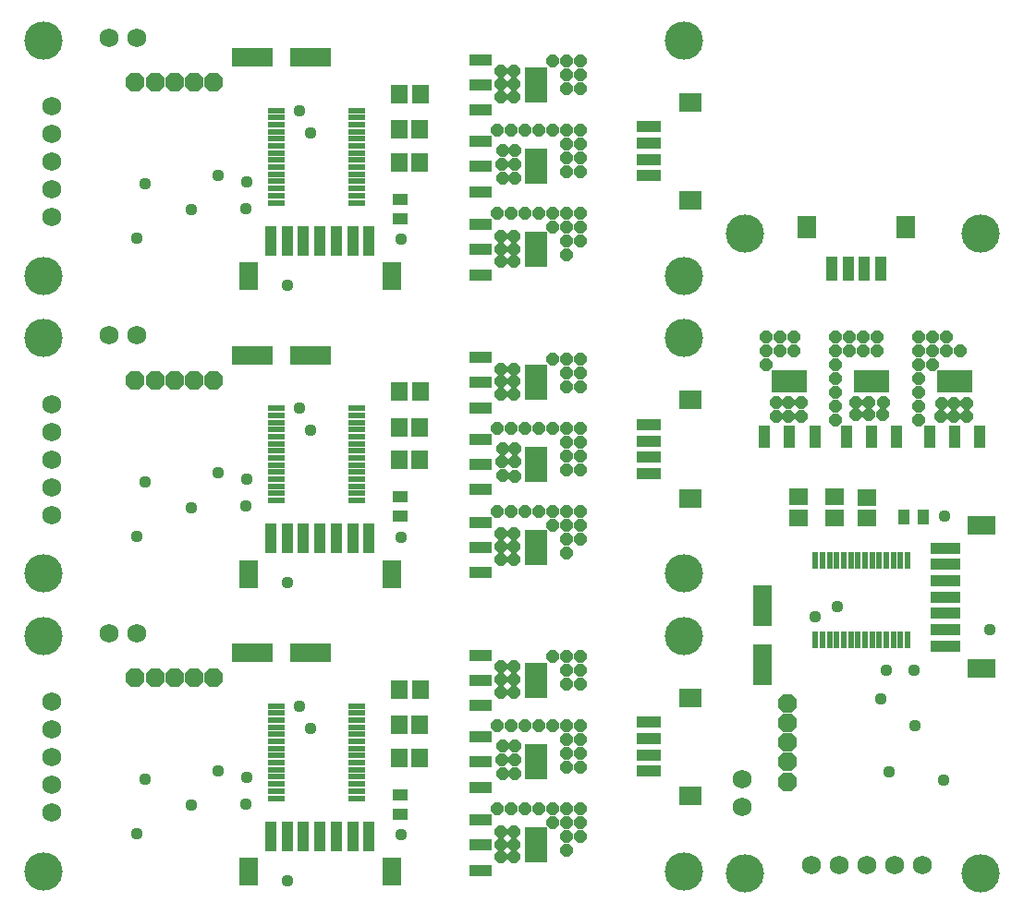
<source format=gts>
G75*
G70*
%OFA0B0*%
%FSLAX24Y24*%
%IPPOS*%
%LPD*%
%AMOC8*
5,1,8,0,0,1.08239X$1,22.5*
%
%ADD10R,0.0789X0.0395*%
%ADD11R,0.0808X0.1261*%
%ADD12R,0.0592X0.0710*%
%ADD13C,0.0680*%
%ADD14C,0.1380*%
%ADD15R,0.0552X0.0395*%
%ADD16R,0.0630X0.0217*%
%ADD17OC8,0.0674*%
%ADD18R,0.0395X0.1064*%
%ADD19R,0.0671X0.0986*%
%ADD20R,0.0867X0.0395*%
%ADD21R,0.0828X0.0671*%
%ADD22R,0.1458X0.0710*%
%ADD23R,0.0395X0.0789*%
%ADD24R,0.1261X0.0808*%
%ADD25R,0.0710X0.0592*%
%ADD26R,0.0395X0.0552*%
%ADD27R,0.0217X0.0630*%
%ADD28R,0.1064X0.0395*%
%ADD29R,0.0986X0.0671*%
%ADD30R,0.0395X0.0867*%
%ADD31R,0.0671X0.0828*%
%ADD32R,0.0710X0.1458*%
%ADD33OC8,0.0437*%
%ADD34C,0.0437*%
D10*
X016988Y001508D03*
X016992Y002414D03*
X016988Y003319D03*
X016988Y004508D03*
X016992Y005414D03*
X016988Y006319D03*
X016988Y007458D03*
X016992Y008364D03*
X016988Y009269D03*
X016988Y012258D03*
X016992Y013164D03*
X016988Y014069D03*
X016988Y015258D03*
X016992Y016164D03*
X016988Y017069D03*
X016988Y018208D03*
X016992Y019114D03*
X016988Y020019D03*
X016988Y023008D03*
X016992Y023914D03*
X016988Y024819D03*
X016988Y026008D03*
X016992Y026914D03*
X016988Y027819D03*
X016988Y028958D03*
X016992Y029864D03*
X016988Y030769D03*
D11*
X018992Y029864D03*
X018992Y026914D03*
X018992Y023914D03*
X018992Y019114D03*
X018992Y016164D03*
X018992Y013164D03*
X018992Y008364D03*
X018992Y005414D03*
X018992Y002414D03*
D12*
X014796Y005564D03*
X014048Y005564D03*
X014058Y006754D03*
X014806Y006754D03*
X014816Y008034D03*
X014068Y008034D03*
X014048Y016314D03*
X014796Y016314D03*
X014806Y017504D03*
X014058Y017504D03*
X014068Y018784D03*
X014816Y018784D03*
X014796Y027064D03*
X014048Y027064D03*
X014058Y028254D03*
X014806Y028254D03*
X014816Y029534D03*
X014068Y029534D03*
D13*
X004605Y031566D03*
X003605Y031566D03*
X001531Y029082D03*
X001531Y028082D03*
X001531Y027082D03*
X001531Y026082D03*
X001531Y025082D03*
X003605Y020816D03*
X004605Y020816D03*
X001531Y018332D03*
X001531Y017332D03*
X001531Y016332D03*
X001531Y015332D03*
X001531Y014332D03*
X003605Y010066D03*
X004605Y010066D03*
X001531Y007582D03*
X001531Y006582D03*
X001531Y005582D03*
X001531Y004582D03*
X001531Y003582D03*
X026440Y003777D03*
X026440Y004777D03*
X028924Y001702D03*
X029924Y001702D03*
X030924Y001702D03*
X031924Y001702D03*
X032924Y001702D03*
D14*
X001231Y001464D03*
X001232Y009964D03*
X001231Y012214D03*
X001232Y020714D03*
X001231Y022964D03*
X001232Y031464D03*
X024332Y031464D03*
X026542Y024503D03*
X024332Y022964D03*
X024332Y020714D03*
X024332Y012214D03*
X024332Y009964D03*
X024332Y001464D03*
X026542Y001404D03*
X035042Y001403D03*
X035042Y024503D03*
D15*
X014092Y025029D03*
X014092Y025738D03*
X014092Y014988D03*
X014092Y014279D03*
X014092Y004238D03*
X014092Y003529D03*
D16*
X012521Y004110D03*
X012521Y004366D03*
X012521Y004622D03*
X012521Y004878D03*
X012521Y005134D03*
X012521Y005390D03*
X012521Y005646D03*
X012521Y005902D03*
X012521Y006157D03*
X012521Y006413D03*
X012521Y006669D03*
X012521Y006925D03*
X012521Y007181D03*
X012521Y007437D03*
X009642Y007437D03*
X009642Y007181D03*
X009642Y006925D03*
X009642Y006669D03*
X009642Y006413D03*
X009642Y006157D03*
X009642Y005902D03*
X009642Y005646D03*
X009642Y005390D03*
X009642Y005134D03*
X009642Y004878D03*
X009642Y004622D03*
X009642Y004366D03*
X009642Y004110D03*
X009642Y014860D03*
X009642Y015116D03*
X009642Y015372D03*
X009642Y015628D03*
X009642Y015884D03*
X009642Y016140D03*
X009642Y016396D03*
X009642Y016652D03*
X009642Y016907D03*
X009642Y017163D03*
X009642Y017419D03*
X009642Y017675D03*
X009642Y017931D03*
X009642Y018187D03*
X012521Y018187D03*
X012521Y017931D03*
X012521Y017675D03*
X012521Y017419D03*
X012521Y017163D03*
X012521Y016907D03*
X012521Y016652D03*
X012521Y016396D03*
X012521Y016140D03*
X012521Y015884D03*
X012521Y015628D03*
X012521Y015372D03*
X012521Y015116D03*
X012521Y014860D03*
X012521Y025610D03*
X012521Y025866D03*
X012521Y026122D03*
X012521Y026378D03*
X012521Y026634D03*
X012521Y026890D03*
X012521Y027146D03*
X012521Y027402D03*
X012521Y027657D03*
X012521Y027913D03*
X012521Y028169D03*
X012521Y028425D03*
X012521Y028681D03*
X012521Y028937D03*
X009642Y028937D03*
X009642Y028681D03*
X009642Y028425D03*
X009642Y028169D03*
X009642Y027913D03*
X009642Y027657D03*
X009642Y027402D03*
X009642Y027146D03*
X009642Y026890D03*
X009642Y026634D03*
X009642Y026378D03*
X009642Y026122D03*
X009642Y025866D03*
X009642Y025610D03*
D17*
X007372Y029946D03*
X006663Y029946D03*
X005955Y029946D03*
X005246Y029946D03*
X004537Y029946D03*
X004537Y019196D03*
X005246Y019196D03*
X005955Y019196D03*
X006663Y019196D03*
X007372Y019196D03*
X007372Y008446D03*
X006663Y008446D03*
X005955Y008446D03*
X005246Y008446D03*
X004537Y008446D03*
X028060Y007543D03*
X028060Y006835D03*
X028060Y006126D03*
X028060Y005417D03*
X028060Y004709D03*
D18*
X012971Y002736D03*
X012381Y002736D03*
X011790Y002736D03*
X011200Y002736D03*
X010609Y002736D03*
X010018Y002736D03*
X009428Y002736D03*
X009428Y013486D03*
X010018Y013486D03*
X010609Y013486D03*
X011200Y013486D03*
X011790Y013486D03*
X012381Y013486D03*
X012971Y013486D03*
X012971Y024236D03*
X012381Y024236D03*
X011790Y024236D03*
X011200Y024236D03*
X010609Y024236D03*
X010018Y024236D03*
X009428Y024236D03*
D19*
X008621Y022957D03*
X013778Y022957D03*
X013778Y012207D03*
X008621Y012207D03*
X008621Y001457D03*
X013778Y001457D03*
D20*
X023051Y005078D03*
X023051Y005668D03*
X023051Y006259D03*
X023051Y006849D03*
X023051Y015828D03*
X023051Y016418D03*
X023051Y017009D03*
X023051Y017599D03*
X023051Y026578D03*
X023051Y027168D03*
X023051Y027759D03*
X023051Y028349D03*
D21*
X024567Y029235D03*
X024567Y025692D03*
X024567Y018485D03*
X024567Y014942D03*
X024567Y007735D03*
X024567Y004192D03*
D22*
X010875Y009354D03*
X008749Y009354D03*
X008749Y020104D03*
X010875Y020104D03*
X010875Y030854D03*
X008749Y030854D03*
D23*
X027237Y017159D03*
X028142Y017163D03*
X029048Y017159D03*
X030187Y017159D03*
X031092Y017163D03*
X031998Y017159D03*
X033187Y017159D03*
X034092Y017163D03*
X034998Y017159D03*
D24*
X034092Y019163D03*
X031092Y019163D03*
X028142Y019163D03*
D25*
X028472Y014987D03*
X028472Y014239D03*
X029752Y014229D03*
X029752Y014977D03*
X030942Y014967D03*
X030942Y014219D03*
D26*
X032268Y014263D03*
X032977Y014263D03*
D27*
X032396Y012692D03*
X032140Y012692D03*
X031884Y012692D03*
X031628Y012692D03*
X031372Y012692D03*
X031116Y012692D03*
X030860Y012692D03*
X030604Y012692D03*
X030348Y012692D03*
X030093Y012692D03*
X029837Y012692D03*
X029581Y012692D03*
X029325Y012692D03*
X029069Y012692D03*
X029069Y009814D03*
X029325Y009814D03*
X029581Y009814D03*
X029837Y009814D03*
X030093Y009814D03*
X030348Y009814D03*
X030604Y009814D03*
X030860Y009814D03*
X031116Y009814D03*
X031372Y009814D03*
X031628Y009814D03*
X031884Y009814D03*
X032140Y009814D03*
X032396Y009814D03*
D28*
X033770Y009599D03*
X033770Y010190D03*
X033770Y010780D03*
X033770Y011371D03*
X033770Y011961D03*
X033770Y012552D03*
X033770Y013143D03*
D29*
X035049Y013950D03*
X035049Y008792D03*
D30*
X031428Y023222D03*
X030838Y023222D03*
X030247Y023222D03*
X029656Y023222D03*
D31*
X028771Y024738D03*
X032314Y024738D03*
D32*
X027152Y011046D03*
X027152Y008920D03*
D33*
X020592Y008714D03*
X020092Y008714D03*
X020092Y008214D03*
X020592Y008214D03*
X020592Y009214D03*
X020092Y009214D03*
X019592Y009214D03*
X018206Y008860D03*
X017726Y008860D03*
X017724Y008396D03*
X017737Y007943D03*
X018206Y007943D03*
X018206Y008402D03*
X018206Y008402D03*
X018092Y006714D03*
X018592Y006714D03*
X019092Y006714D03*
X019592Y006714D03*
X020092Y006714D03*
X020592Y006714D03*
X020592Y006214D03*
X020092Y006214D03*
X020092Y005714D03*
X020592Y005714D03*
X020592Y005214D03*
X020092Y005214D03*
X020092Y003714D03*
X020592Y003714D03*
X020592Y003214D03*
X020092Y003214D03*
X019592Y003214D03*
X020092Y002714D03*
X020592Y002714D03*
X020092Y002214D03*
X019592Y003714D03*
X019092Y003714D03*
X018592Y003714D03*
X018092Y003714D03*
X017592Y003714D03*
X017724Y002901D03*
X017724Y002443D03*
X017724Y001979D03*
X018194Y001979D03*
X018194Y002443D03*
X018194Y002895D03*
X018221Y004982D03*
X017782Y004997D03*
X017773Y005506D03*
X018227Y005502D03*
X018230Y005980D03*
X017782Y005989D03*
X017592Y006714D03*
X017724Y012729D03*
X018194Y012729D03*
X018194Y013193D03*
X018194Y013645D03*
X017724Y013651D03*
X017724Y013193D03*
X017592Y014464D03*
X018092Y014464D03*
X018592Y014464D03*
X019092Y014464D03*
X019592Y014464D03*
X020092Y014464D03*
X020592Y014464D03*
X020592Y013964D03*
X020092Y013964D03*
X019592Y013964D03*
X020092Y013464D03*
X020592Y013464D03*
X020092Y012964D03*
X020092Y015964D03*
X020592Y015964D03*
X020592Y016464D03*
X020592Y016964D03*
X020092Y016964D03*
X020092Y016464D03*
X020092Y017464D03*
X020592Y017464D03*
X019592Y017464D03*
X019092Y017464D03*
X018592Y017464D03*
X018092Y017464D03*
X017592Y017464D03*
X017782Y016739D03*
X018230Y016730D03*
X018227Y016252D03*
X017773Y016256D03*
X017782Y015747D03*
X018221Y015732D03*
X018206Y018693D03*
X018206Y019152D03*
X018206Y019152D03*
X018206Y019610D03*
X017726Y019610D03*
X017724Y019146D03*
X017737Y018693D03*
X019592Y019964D03*
X020092Y019964D03*
X020592Y019964D03*
X020592Y019464D03*
X020092Y019464D03*
X020092Y018964D03*
X020592Y018964D03*
X018194Y023479D03*
X017724Y023479D03*
X017724Y023943D03*
X017724Y024401D03*
X018194Y024395D03*
X018194Y023943D03*
X018092Y025214D03*
X018592Y025214D03*
X019092Y025214D03*
X019592Y025214D03*
X020092Y025214D03*
X020592Y025214D03*
X020592Y024714D03*
X020092Y024714D03*
X019592Y024714D03*
X020092Y024214D03*
X020592Y024214D03*
X020092Y023714D03*
X017592Y025214D03*
X017782Y026497D03*
X018221Y026482D03*
X018227Y027002D03*
X017773Y027006D03*
X017782Y027489D03*
X018230Y027480D03*
X018092Y028214D03*
X018592Y028214D03*
X019092Y028214D03*
X019592Y028214D03*
X020092Y028214D03*
X020592Y028214D03*
X020592Y027714D03*
X020092Y027714D03*
X020092Y027214D03*
X020592Y027214D03*
X020592Y026714D03*
X020092Y026714D03*
X017592Y028214D03*
X017737Y029443D03*
X017724Y029896D03*
X017726Y030360D03*
X018206Y030360D03*
X018206Y029902D03*
X018206Y029902D03*
X018206Y029443D03*
X019592Y030714D03*
X020092Y030714D03*
X020592Y030714D03*
X020592Y030214D03*
X020092Y030214D03*
X020092Y029714D03*
X020592Y029714D03*
X027292Y020763D03*
X027792Y020763D03*
X028292Y020763D03*
X028292Y020263D03*
X027792Y020263D03*
X027292Y020263D03*
X027292Y019763D03*
X027646Y018377D03*
X028104Y018377D03*
X028104Y018377D03*
X028563Y018377D03*
X028563Y017908D03*
X028110Y017895D03*
X027646Y017898D03*
X029792Y017763D03*
X029792Y018263D03*
X029792Y018763D03*
X029792Y019263D03*
X029792Y019763D03*
X029792Y020263D03*
X030292Y020263D03*
X030792Y020263D03*
X031292Y020263D03*
X031292Y020763D03*
X030792Y020763D03*
X030292Y020763D03*
X029792Y020763D03*
X030526Y018401D03*
X031004Y018398D03*
X031524Y018393D03*
X031509Y017953D03*
X031000Y017945D03*
X030517Y017953D03*
X032792Y017763D03*
X032792Y018263D03*
X032792Y018763D03*
X032792Y019263D03*
X032792Y019763D03*
X032792Y020263D03*
X033292Y020263D03*
X033292Y019763D03*
X033792Y020263D03*
X034292Y020263D03*
X033792Y020763D03*
X033292Y020763D03*
X032792Y020763D03*
X033611Y018365D03*
X034063Y018365D03*
X034527Y018365D03*
X034527Y017895D03*
X034063Y017895D03*
X033605Y017895D03*
D34*
X033719Y014283D03*
X029872Y011033D03*
X029068Y010647D03*
X031632Y008723D03*
X032612Y008713D03*
X031412Y007693D03*
X032662Y006723D03*
X031719Y005054D03*
X033689Y004761D03*
X035369Y010188D03*
X014111Y013536D03*
X010017Y011887D03*
X008542Y014644D03*
X008552Y015624D03*
X007522Y015844D03*
X006552Y014594D03*
X004883Y015536D03*
X004589Y013567D03*
X010476Y018188D03*
X010862Y017384D03*
X010017Y022637D03*
X008542Y025394D03*
X008552Y026374D03*
X007522Y026594D03*
X006552Y025344D03*
X004883Y026286D03*
X004589Y024317D03*
X010476Y028938D03*
X010862Y028134D03*
X014111Y024286D03*
X010476Y007438D03*
X010862Y006634D03*
X008552Y004874D03*
X008542Y003894D03*
X007522Y005094D03*
X006552Y003844D03*
X004883Y004786D03*
X004589Y002817D03*
X010017Y001137D03*
X014111Y002786D03*
M02*

</source>
